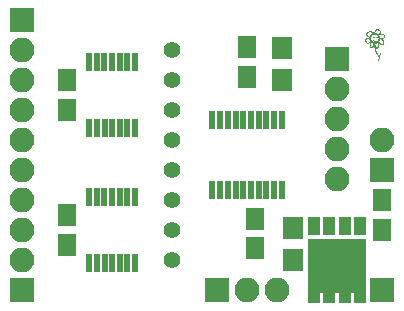
<source format=gts>
G04 #@! TF.FileFunction,Soldermask,Top*
%FSLAX46Y46*%
G04 Gerber Fmt 4.6, Leading zero omitted, Abs format (unit mm)*
G04 Created by KiCad (PCBNEW 4.0.7-e2-6376~58~ubuntu16.04.1) date Tue Nov  7 21:50:16 2017*
%MOMM*%
%LPD*%
G01*
G04 APERTURE LIST*
%ADD10C,0.100000*%
%ADD11C,0.101600*%
%ADD12C,0.076200*%
%ADD13C,0.150000*%
%ADD14C,0.127000*%
%ADD15R,1.700000X1.900000*%
%ADD16R,2.100000X2.100000*%
%ADD17O,2.100000X2.100000*%
%ADD18R,0.590000X1.590000*%
%ADD19R,1.650000X1.900000*%
%ADD20C,1.400000*%
%ADD21R,0.571800X1.537000*%
%ADD22R,1.100000X1.600000*%
%ADD23R,4.900000X4.690000*%
%ADD24R,1.950000X2.000000*%
%ADD25R,1.950000X1.600000*%
G04 APERTURE END LIST*
D10*
D11*
X199060000Y-121470000D02*
X199220000Y-120950000D01*
X199100000Y-121250000D02*
X199060000Y-121470000D01*
X198980000Y-120970000D02*
X199100000Y-121250000D01*
X198760000Y-120670000D02*
X198980000Y-120970000D01*
X198670000Y-120240000D02*
X198760000Y-120670000D01*
X199040000Y-120250000D02*
X199040000Y-120080000D01*
X199060000Y-120350000D02*
X199040000Y-120250000D01*
X199010000Y-120440000D02*
X199060000Y-120350000D01*
X198890000Y-120470000D02*
X199010000Y-120440000D01*
X198770000Y-120340000D02*
X198890000Y-120470000D01*
X198700000Y-120150000D02*
X198770000Y-120340000D01*
X199220000Y-120150000D02*
X199130000Y-120020000D01*
X199350000Y-120180000D02*
X199220000Y-120150000D01*
X199460000Y-120140000D02*
X199350000Y-120180000D01*
X199500000Y-120040000D02*
X199460000Y-120140000D01*
X199500000Y-119900000D02*
X199500000Y-120040000D01*
X199400000Y-119760000D02*
X199500000Y-119900000D01*
X199220000Y-119650000D02*
X199400000Y-119760000D01*
X199320000Y-119620000D02*
X199220000Y-119620000D01*
X199470000Y-119610000D02*
X199320000Y-119620000D01*
X199570000Y-119540000D02*
X199470000Y-119610000D01*
X199550000Y-119390000D02*
X199570000Y-119540000D01*
X199440000Y-119290000D02*
X199550000Y-119390000D01*
X199070000Y-119300000D02*
X199440000Y-119290000D01*
X199190000Y-119170000D02*
X199100000Y-119310000D01*
X199210000Y-119060000D02*
X199190000Y-119170000D01*
X199160000Y-118950000D02*
X199210000Y-119060000D01*
X198990000Y-118920000D02*
X199160000Y-118950000D01*
X198830000Y-118980000D02*
X198990000Y-118920000D01*
X198740000Y-119250000D02*
X198830000Y-118980000D01*
X198640000Y-120160000D02*
X198630000Y-120130000D01*
X198670000Y-120140000D02*
X198640000Y-120160000D01*
X198650000Y-120160000D02*
X198670000Y-120140000D01*
X198630000Y-120270000D02*
X198650000Y-120160000D01*
X198570000Y-120380000D02*
X198630000Y-120270000D01*
X198450000Y-120420000D02*
X198570000Y-120380000D01*
X198340000Y-120380000D02*
X198450000Y-120420000D01*
X198330000Y-120190000D02*
X198340000Y-120380000D01*
X198410000Y-119990000D02*
X198330000Y-120190000D01*
X198140000Y-120030000D02*
X198390000Y-119970000D01*
X198020000Y-119950000D02*
X198140000Y-120030000D01*
X197980000Y-119820000D02*
X198020000Y-119950000D01*
X198070000Y-119670000D02*
X197980000Y-119820000D01*
X198340000Y-119620000D02*
X198070000Y-119670000D01*
X198120000Y-119500000D02*
X198330000Y-119550000D01*
X198010000Y-119330000D02*
X198120000Y-119500000D01*
X198120000Y-119140000D02*
X198010000Y-119330000D01*
X198400000Y-119070000D02*
X198120000Y-119140000D01*
X198670000Y-119210000D02*
X198400000Y-119070000D01*
D12*
X198840000Y-119880000D02*
X198960000Y-119790000D01*
X198710000Y-119890000D02*
X198840000Y-119880000D01*
X198590000Y-119820000D02*
X198710000Y-119890000D01*
D13*
X198671623Y-119600000D02*
G75*
G03X198671623Y-119600000I-31623J0D01*
G01*
D14*
X199190000Y-119680000D02*
G75*
G03X199190000Y-119680000I-410000J0D01*
G01*
D13*
X198951623Y-119600000D02*
G75*
G03X198951623Y-119600000I-31623J0D01*
G01*
D15*
X191825000Y-135725000D03*
X191825000Y-138425000D03*
D16*
X168910000Y-140970000D03*
D17*
X168910000Y-138430000D03*
X168910000Y-135890000D03*
X168910000Y-133350000D03*
X168910000Y-130810000D03*
X168910000Y-128270000D03*
X168910000Y-125730000D03*
X168910000Y-123190000D03*
X168910000Y-120650000D03*
D18*
X190885000Y-126590000D03*
X190235000Y-126590000D03*
X189585000Y-126590000D03*
X188935000Y-126590000D03*
X188285000Y-126590000D03*
X187635000Y-126590000D03*
X186985000Y-126590000D03*
X186335000Y-126590000D03*
X185685000Y-126590000D03*
X185035000Y-126590000D03*
X185035000Y-132490000D03*
X185685000Y-132490000D03*
X186335000Y-132490000D03*
X186985000Y-132490000D03*
X187635000Y-132490000D03*
X188285000Y-132490000D03*
X188935000Y-132490000D03*
X189585000Y-132490000D03*
X190235000Y-132490000D03*
X190885000Y-132490000D03*
D16*
X199390000Y-130810000D03*
D17*
X199390000Y-128270000D03*
D19*
X199390000Y-133370000D03*
X199390000Y-135870000D03*
X187960000Y-122916000D03*
X187960000Y-120416000D03*
X188600000Y-137450000D03*
X188600000Y-134950000D03*
D16*
X168910000Y-118110000D03*
X195580000Y-121412000D03*
D17*
X195580000Y-123952000D03*
X195580000Y-126492000D03*
X195580000Y-129032000D03*
X195580000Y-131572000D03*
D20*
X181610000Y-138430000D03*
X181610000Y-135890000D03*
X181610000Y-133350000D03*
X181610000Y-130810000D03*
X181610000Y-128270000D03*
X181610000Y-125730000D03*
X181610000Y-123190000D03*
X181610000Y-120650000D03*
D15*
X190900000Y-123175000D03*
X190900000Y-120475000D03*
D21*
X174599600Y-138684000D03*
X175234600Y-138684000D03*
X175895000Y-138684000D03*
X176530000Y-138684000D03*
X177190400Y-138684000D03*
X177838100Y-138684000D03*
X178485800Y-138684000D03*
X178485800Y-133096000D03*
X177838100Y-133096000D03*
X177190400Y-133096000D03*
X176530000Y-133096000D03*
X175882300Y-133096000D03*
X175234600Y-133096000D03*
X174586900Y-133096000D03*
X174599600Y-127254000D03*
X175234600Y-127254000D03*
X175895000Y-127254000D03*
X176530000Y-127254000D03*
X177190400Y-127254000D03*
X177838100Y-127254000D03*
X178485800Y-127254000D03*
X178485800Y-121666000D03*
X177838100Y-121666000D03*
X177190400Y-121666000D03*
X176530000Y-121666000D03*
X175882300Y-121666000D03*
X175234600Y-121666000D03*
X174586900Y-121666000D03*
D22*
X197490000Y-135530000D03*
X196220000Y-135530000D03*
X194940000Y-135530000D03*
X193670000Y-135530000D03*
X193670000Y-141330000D03*
X194940000Y-141330000D03*
X196220000Y-141330000D03*
X197490000Y-141330000D03*
D23*
X195580000Y-138930000D03*
D24*
X196670000Y-139680000D03*
X194490000Y-139680000D03*
D25*
X196670000Y-137680000D03*
X194490000Y-137680000D03*
D19*
X172720000Y-137140000D03*
X172720000Y-134640000D03*
X172720000Y-125710000D03*
X172720000Y-123210000D03*
D16*
X185420000Y-140970000D03*
D17*
X187960000Y-140970000D03*
X190500000Y-140970000D03*
D16*
X199390000Y-141000000D03*
M02*

</source>
